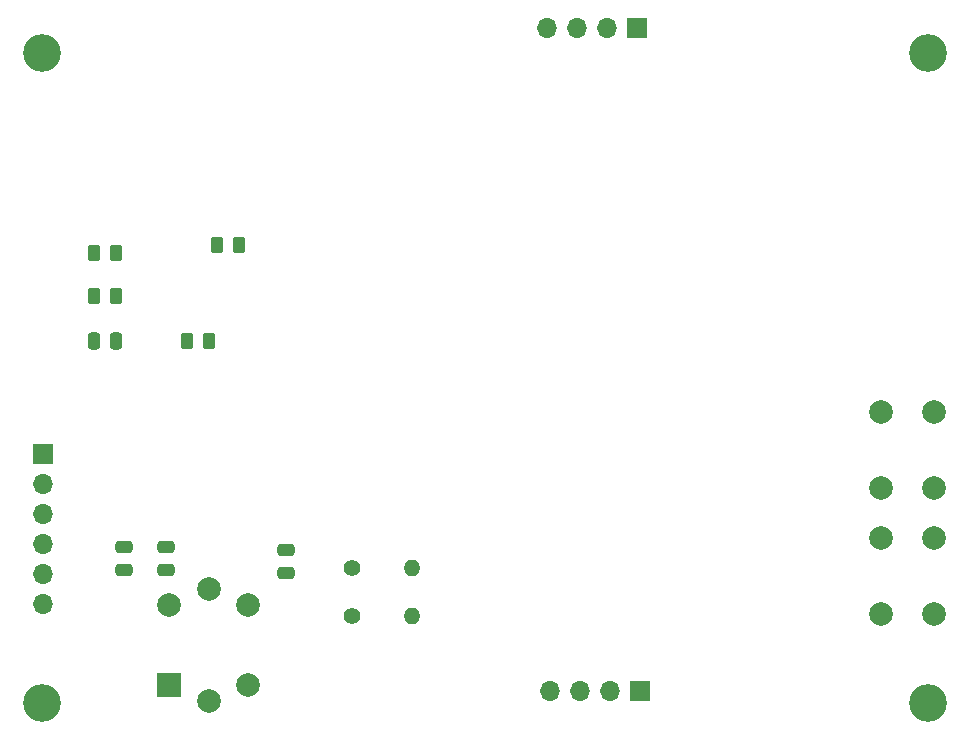
<source format=gbr>
%TF.GenerationSoftware,KiCad,Pcbnew,7.0.10*%
%TF.CreationDate,2024-03-26T13:41:38-05:00*%
%TF.ProjectId,ESP32,45535033-322e-46b6-9963-61645f706362,rev?*%
%TF.SameCoordinates,Original*%
%TF.FileFunction,Soldermask,Bot*%
%TF.FilePolarity,Negative*%
%FSLAX46Y46*%
G04 Gerber Fmt 4.6, Leading zero omitted, Abs format (unit mm)*
G04 Created by KiCad (PCBNEW 7.0.10) date 2024-03-26 13:41:38*
%MOMM*%
%LPD*%
G01*
G04 APERTURE LIST*
G04 Aperture macros list*
%AMRoundRect*
0 Rectangle with rounded corners*
0 $1 Rounding radius*
0 $2 $3 $4 $5 $6 $7 $8 $9 X,Y pos of 4 corners*
0 Add a 4 corners polygon primitive as box body*
4,1,4,$2,$3,$4,$5,$6,$7,$8,$9,$2,$3,0*
0 Add four circle primitives for the rounded corners*
1,1,$1+$1,$2,$3*
1,1,$1+$1,$4,$5*
1,1,$1+$1,$6,$7*
1,1,$1+$1,$8,$9*
0 Add four rect primitives between the rounded corners*
20,1,$1+$1,$2,$3,$4,$5,0*
20,1,$1+$1,$4,$5,$6,$7,0*
20,1,$1+$1,$6,$7,$8,$9,0*
20,1,$1+$1,$8,$9,$2,$3,0*%
G04 Aperture macros list end*
%ADD10C,3.200000*%
%ADD11R,1.700000X1.700000*%
%ADD12O,1.700000X1.700000*%
%ADD13C,2.000000*%
%ADD14RoundRect,0.250000X-0.262500X-0.450000X0.262500X-0.450000X0.262500X0.450000X-0.262500X0.450000X0*%
%ADD15RoundRect,0.250000X-0.475000X0.250000X-0.475000X-0.250000X0.475000X-0.250000X0.475000X0.250000X0*%
%ADD16RoundRect,0.250000X0.262500X0.450000X-0.262500X0.450000X-0.262500X-0.450000X0.262500X-0.450000X0*%
%ADD17RoundRect,0.250000X0.250000X0.475000X-0.250000X0.475000X-0.250000X-0.475000X0.250000X-0.475000X0*%
%ADD18C,1.400000*%
%ADD19O,1.400000X1.400000*%
%ADD20R,2.000000X2.000000*%
G04 APERTURE END LIST*
D10*
%TO.C,H3*%
X84500000Y-128000000D03*
%TD*%
D11*
%TO.C,USB_UART1*%
X84582000Y-106934000D03*
D12*
X84582000Y-109474000D03*
X84582000Y-112014000D03*
X84582000Y-114554000D03*
X84582000Y-117094000D03*
X84582000Y-119634000D03*
%TD*%
D13*
%TO.C,SW1*%
X160020000Y-114046000D03*
X160020000Y-120546000D03*
X155520000Y-114046000D03*
X155520000Y-120546000D03*
%TD*%
%TO.C,SW2*%
X160020000Y-103378000D03*
X160020000Y-109878000D03*
X155520000Y-103378000D03*
X155520000Y-109878000D03*
%TD*%
D12*
%TO.C,HC-SR4*%
X127254000Y-70866000D03*
X129794000Y-70866000D03*
X132334000Y-70866000D03*
D11*
X134874000Y-70866000D03*
%TD*%
D10*
%TO.C,H4*%
X84500000Y-73000000D03*
%TD*%
D14*
%TO.C,R7*%
X96791500Y-97409000D03*
X98616500Y-97409000D03*
%TD*%
%TO.C,R10*%
X88900000Y-89916000D03*
X90725000Y-89916000D03*
%TD*%
D15*
%TO.C,C3*%
X94996000Y-114874000D03*
X94996000Y-116774000D03*
%TD*%
D10*
%TO.C,H1*%
X159500000Y-73000000D03*
%TD*%
D15*
%TO.C,C5*%
X105156000Y-115128000D03*
X105156000Y-117028000D03*
%TD*%
D10*
%TO.C,H2*%
X159500000Y-128000000D03*
%TD*%
D15*
%TO.C,C4*%
X91440000Y-116774000D03*
X91440000Y-114874000D03*
%TD*%
D16*
%TO.C,R11*%
X90742500Y-93599000D03*
X88917500Y-93599000D03*
%TD*%
D17*
%TO.C,C1*%
X90762500Y-97409000D03*
X88862500Y-97409000D03*
%TD*%
D14*
%TO.C,R8*%
X99331500Y-89281000D03*
X101156500Y-89281000D03*
%TD*%
D11*
%TO.C,DHT22*%
X135128000Y-127000000D03*
D12*
X132588000Y-127000000D03*
X130048000Y-127000000D03*
X127508000Y-127000000D03*
%TD*%
D18*
%TO.C,R1*%
X110744000Y-116586000D03*
D19*
X115824000Y-116586000D03*
%TD*%
D18*
%TO.C,R4*%
X110744000Y-120650000D03*
D19*
X115824000Y-120650000D03*
%TD*%
D13*
%TO.C,MQ135*%
X95250000Y-119772000D03*
X98610000Y-118382000D03*
X101970000Y-119772000D03*
X101970000Y-126492000D03*
X98610000Y-127882000D03*
D20*
X95250000Y-126492000D03*
%TD*%
M02*

</source>
